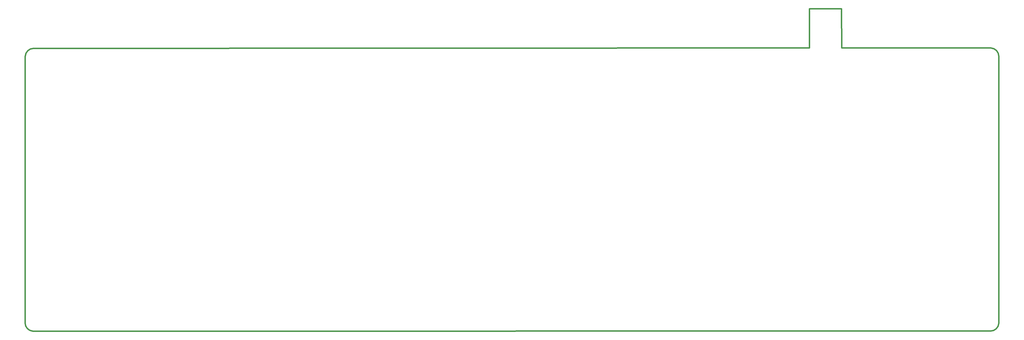
<source format=gbr>
%TF.GenerationSoftware,KiCad,Pcbnew,8.99.0-2194-gb3b7cbcab2*%
%TF.CreationDate,2024-09-18T02:21:13+07:00*%
%TF.ProjectId,Sam_,53616d5f-2e6b-4696-9361-645f70636258,rev?*%
%TF.SameCoordinates,Original*%
%TF.FileFunction,Profile,NP*%
%FSLAX46Y46*%
G04 Gerber Fmt 4.6, Leading zero omitted, Abs format (unit mm)*
G04 Created by KiCad (PCBNEW 8.99.0-2194-gb3b7cbcab2) date 2024-09-18 02:21:13*
%MOMM*%
%LPD*%
G01*
G04 APERTURE LIST*
%TA.AperFunction,Profile*%
%ADD10C,0.500000*%
%TD*%
G04 APERTURE END LIST*
D10*
X668687500Y-99792500D02*
X668707500Y-113762500D01*
X657197500Y-99782500D02*
X668687500Y-99792500D01*
X668707500Y-113762500D02*
X721787500Y-113762500D01*
X657187533Y-113762500D02*
X657197500Y-99782500D01*
X380428247Y-113902500D02*
X657187533Y-113762500D01*
X377429860Y-116734140D02*
G75*
G02*
X380428247Y-113902500I2993425J-166402D01*
G01*
X377427500Y-116902500D02*
X377429860Y-116734140D01*
X377377499Y-211835141D02*
X377427500Y-116902500D01*
X380209163Y-214830140D02*
G75*
G02*
X377377499Y-211835141I166376J2993420D01*
G01*
X380377500Y-214832500D02*
X380209163Y-214830140D01*
X721797500Y-214782500D02*
X380377500Y-214832500D01*
X724797500Y-211782500D02*
X724795140Y-211950825D01*
X724787500Y-116762500D02*
X724797500Y-211782500D01*
X721787500Y-113762500D02*
X721955896Y-113764861D01*
X724787499Y-116762499D02*
X724787500Y-116762500D01*
X721797499Y-214782500D02*
X721797500Y-214782500D01*
X721955896Y-113764861D02*
G75*
G02*
X724787456Y-116762499I-166397J-2993339D01*
G01*
X724795140Y-211950825D02*
G75*
G02*
X721797499Y-214782455I-2993341J166325D01*
G01*
M02*

</source>
